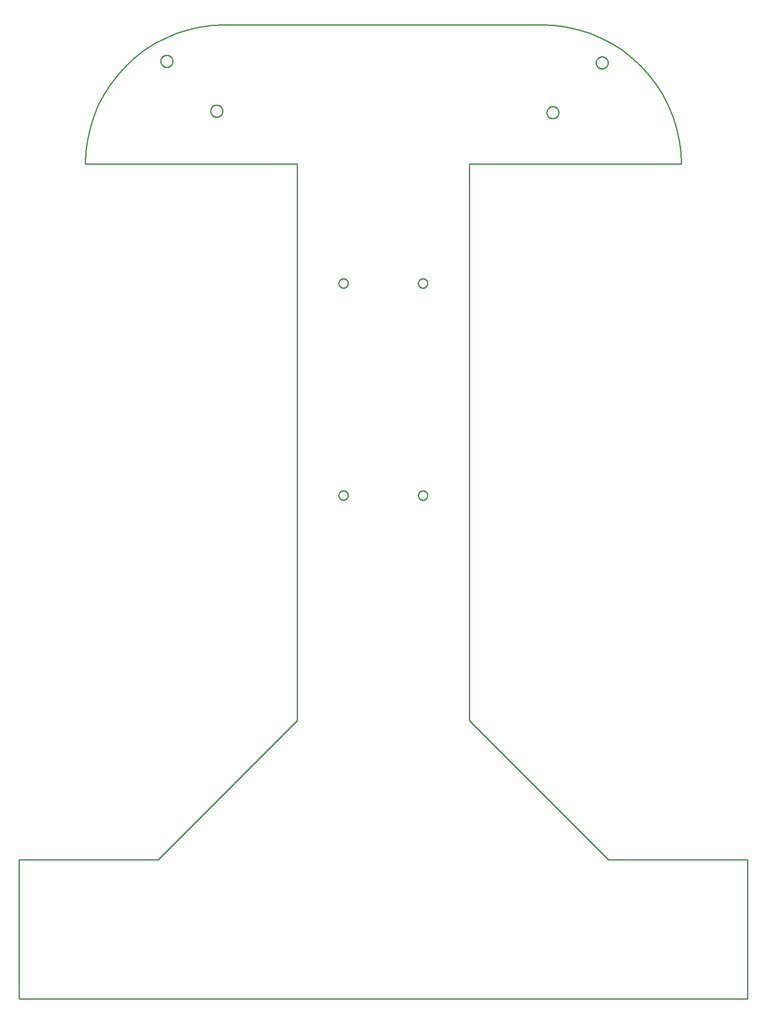
<source format=gbr>
G04 EAGLE Gerber RS-274X export*
G75*
%MOMM*%
%FSLAX34Y34*%
%LPD*%
%IN*%
%IPPOS*%
%AMOC8*
5,1,8,0,0,1.08239X$1,22.5*%
G01*
%ADD10C,0.254000*%


D10*
X30000Y-29000D02*
X1427000Y-29000D01*
X1427000Y237700D01*
X1160300Y237700D01*
X893600Y504400D01*
X893600Y1571200D01*
X1300000Y1571200D01*
X1298985Y1594444D01*
X1295948Y1617512D01*
X1290912Y1640227D01*
X1283916Y1662417D01*
X1275012Y1683912D01*
X1264269Y1704550D01*
X1251768Y1724173D01*
X1237604Y1742631D01*
X1221885Y1759785D01*
X1204731Y1775504D01*
X1186273Y1789668D01*
X1166650Y1802169D01*
X1146012Y1812912D01*
X1124517Y1821816D01*
X1102327Y1828812D01*
X1079612Y1833848D01*
X1056544Y1836885D01*
X1033300Y1837900D01*
X423700Y1837900D01*
X400456Y1836885D01*
X377388Y1833848D01*
X354673Y1828812D01*
X332483Y1821816D01*
X310988Y1812912D01*
X290350Y1802169D01*
X270727Y1789668D01*
X252269Y1775504D01*
X235115Y1759785D01*
X219396Y1742631D01*
X205232Y1724173D01*
X192731Y1704550D01*
X181988Y1683912D01*
X173084Y1662417D01*
X166088Y1640227D01*
X161052Y1617512D01*
X158015Y1594444D01*
X157000Y1571200D01*
X563400Y1571200D01*
X563400Y504400D01*
X296700Y237700D01*
X30000Y237700D01*
X30000Y-29000D01*
X420700Y1672448D02*
X420629Y1671547D01*
X420488Y1670655D01*
X420277Y1669776D01*
X419998Y1668917D01*
X419652Y1668082D01*
X419241Y1667277D01*
X418769Y1666506D01*
X418238Y1665775D01*
X417651Y1665088D01*
X417012Y1664449D01*
X416325Y1663862D01*
X415594Y1663331D01*
X414823Y1662859D01*
X414018Y1662448D01*
X413183Y1662102D01*
X412324Y1661823D01*
X411445Y1661612D01*
X410553Y1661471D01*
X409652Y1661400D01*
X408748Y1661400D01*
X407847Y1661471D01*
X406955Y1661612D01*
X406076Y1661823D01*
X405217Y1662102D01*
X404382Y1662448D01*
X403577Y1662859D01*
X402806Y1663331D01*
X402075Y1663862D01*
X401388Y1664449D01*
X400749Y1665088D01*
X400162Y1665775D01*
X399631Y1666506D01*
X399159Y1667277D01*
X398748Y1668082D01*
X398402Y1668917D01*
X398123Y1669776D01*
X397912Y1670655D01*
X397771Y1671547D01*
X397700Y1672448D01*
X397700Y1673352D01*
X397771Y1674253D01*
X397912Y1675145D01*
X398123Y1676024D01*
X398402Y1676883D01*
X398748Y1677718D01*
X399159Y1678523D01*
X399631Y1679294D01*
X400162Y1680025D01*
X400749Y1680712D01*
X401388Y1681351D01*
X402075Y1681938D01*
X402806Y1682469D01*
X403577Y1682941D01*
X404382Y1683352D01*
X405217Y1683698D01*
X406076Y1683977D01*
X406955Y1684188D01*
X407847Y1684329D01*
X408748Y1684400D01*
X409652Y1684400D01*
X410553Y1684329D01*
X411445Y1684188D01*
X412324Y1683977D01*
X413183Y1683698D01*
X414018Y1683352D01*
X414823Y1682941D01*
X415594Y1682469D01*
X416325Y1681938D01*
X417012Y1681351D01*
X417651Y1680712D01*
X418238Y1680025D01*
X418769Y1679294D01*
X419241Y1678523D01*
X419652Y1677718D01*
X419998Y1676883D01*
X420277Y1676024D01*
X420488Y1675145D01*
X420629Y1674253D01*
X420700Y1673352D01*
X420700Y1672448D01*
X324900Y1767848D02*
X324829Y1766947D01*
X324688Y1766055D01*
X324477Y1765176D01*
X324198Y1764317D01*
X323852Y1763482D01*
X323441Y1762677D01*
X322969Y1761906D01*
X322438Y1761175D01*
X321851Y1760488D01*
X321212Y1759849D01*
X320525Y1759262D01*
X319794Y1758731D01*
X319023Y1758259D01*
X318218Y1757848D01*
X317383Y1757502D01*
X316524Y1757223D01*
X315645Y1757012D01*
X314753Y1756871D01*
X313852Y1756800D01*
X312948Y1756800D01*
X312047Y1756871D01*
X311155Y1757012D01*
X310276Y1757223D01*
X309417Y1757502D01*
X308582Y1757848D01*
X307777Y1758259D01*
X307006Y1758731D01*
X306275Y1759262D01*
X305588Y1759849D01*
X304949Y1760488D01*
X304362Y1761175D01*
X303831Y1761906D01*
X303359Y1762677D01*
X302948Y1763482D01*
X302602Y1764317D01*
X302323Y1765176D01*
X302112Y1766055D01*
X301971Y1766947D01*
X301900Y1767848D01*
X301900Y1768752D01*
X301971Y1769653D01*
X302112Y1770545D01*
X302323Y1771424D01*
X302602Y1772283D01*
X302948Y1773118D01*
X303359Y1773923D01*
X303831Y1774694D01*
X304362Y1775425D01*
X304949Y1776112D01*
X305588Y1776751D01*
X306275Y1777338D01*
X307006Y1777869D01*
X307777Y1778341D01*
X308582Y1778752D01*
X309417Y1779098D01*
X310276Y1779377D01*
X311155Y1779588D01*
X312047Y1779729D01*
X312948Y1779800D01*
X313852Y1779800D01*
X314753Y1779729D01*
X315645Y1779588D01*
X316524Y1779377D01*
X317383Y1779098D01*
X318218Y1778752D01*
X319023Y1778341D01*
X319794Y1777869D01*
X320525Y1777338D01*
X321212Y1776751D01*
X321851Y1776112D01*
X322438Y1775425D01*
X322969Y1774694D01*
X323441Y1773923D01*
X323852Y1773118D01*
X324198Y1772283D01*
X324477Y1771424D01*
X324688Y1770545D01*
X324829Y1769653D01*
X324900Y1768752D01*
X324900Y1767848D01*
X1159700Y1764948D02*
X1159629Y1764047D01*
X1159488Y1763155D01*
X1159277Y1762276D01*
X1158998Y1761417D01*
X1158652Y1760582D01*
X1158241Y1759777D01*
X1157769Y1759006D01*
X1157238Y1758275D01*
X1156651Y1757588D01*
X1156012Y1756949D01*
X1155325Y1756362D01*
X1154594Y1755831D01*
X1153823Y1755359D01*
X1153018Y1754948D01*
X1152183Y1754602D01*
X1151324Y1754323D01*
X1150445Y1754112D01*
X1149553Y1753971D01*
X1148652Y1753900D01*
X1147748Y1753900D01*
X1146847Y1753971D01*
X1145955Y1754112D01*
X1145076Y1754323D01*
X1144217Y1754602D01*
X1143382Y1754948D01*
X1142577Y1755359D01*
X1141806Y1755831D01*
X1141075Y1756362D01*
X1140388Y1756949D01*
X1139749Y1757588D01*
X1139162Y1758275D01*
X1138631Y1759006D01*
X1138159Y1759777D01*
X1137748Y1760582D01*
X1137402Y1761417D01*
X1137123Y1762276D01*
X1136912Y1763155D01*
X1136771Y1764047D01*
X1136700Y1764948D01*
X1136700Y1765852D01*
X1136771Y1766753D01*
X1136912Y1767645D01*
X1137123Y1768524D01*
X1137402Y1769383D01*
X1137748Y1770218D01*
X1138159Y1771023D01*
X1138631Y1771794D01*
X1139162Y1772525D01*
X1139749Y1773212D01*
X1140388Y1773851D01*
X1141075Y1774438D01*
X1141806Y1774969D01*
X1142577Y1775441D01*
X1143382Y1775852D01*
X1144217Y1776198D01*
X1145076Y1776477D01*
X1145955Y1776688D01*
X1146847Y1776829D01*
X1147748Y1776900D01*
X1148652Y1776900D01*
X1149553Y1776829D01*
X1150445Y1776688D01*
X1151324Y1776477D01*
X1152183Y1776198D01*
X1153018Y1775852D01*
X1153823Y1775441D01*
X1154594Y1774969D01*
X1155325Y1774438D01*
X1156012Y1773851D01*
X1156651Y1773212D01*
X1157238Y1772525D01*
X1157769Y1771794D01*
X1158241Y1771023D01*
X1158652Y1770218D01*
X1158998Y1769383D01*
X1159277Y1768524D01*
X1159488Y1767645D01*
X1159629Y1766753D01*
X1159700Y1765852D01*
X1159700Y1764948D01*
X1065200Y1669448D02*
X1065129Y1668547D01*
X1064988Y1667655D01*
X1064777Y1666776D01*
X1064498Y1665917D01*
X1064152Y1665082D01*
X1063741Y1664277D01*
X1063269Y1663506D01*
X1062738Y1662775D01*
X1062151Y1662088D01*
X1061512Y1661449D01*
X1060825Y1660862D01*
X1060094Y1660331D01*
X1059323Y1659859D01*
X1058518Y1659448D01*
X1057683Y1659102D01*
X1056824Y1658823D01*
X1055945Y1658612D01*
X1055053Y1658471D01*
X1054152Y1658400D01*
X1053248Y1658400D01*
X1052347Y1658471D01*
X1051455Y1658612D01*
X1050576Y1658823D01*
X1049717Y1659102D01*
X1048882Y1659448D01*
X1048077Y1659859D01*
X1047306Y1660331D01*
X1046575Y1660862D01*
X1045888Y1661449D01*
X1045249Y1662088D01*
X1044662Y1662775D01*
X1044131Y1663506D01*
X1043659Y1664277D01*
X1043248Y1665082D01*
X1042902Y1665917D01*
X1042623Y1666776D01*
X1042412Y1667655D01*
X1042271Y1668547D01*
X1042200Y1669448D01*
X1042200Y1670352D01*
X1042271Y1671253D01*
X1042412Y1672145D01*
X1042623Y1673024D01*
X1042902Y1673883D01*
X1043248Y1674718D01*
X1043659Y1675523D01*
X1044131Y1676294D01*
X1044662Y1677025D01*
X1045249Y1677712D01*
X1045888Y1678351D01*
X1046575Y1678938D01*
X1047306Y1679469D01*
X1048077Y1679941D01*
X1048882Y1680352D01*
X1049717Y1680698D01*
X1050576Y1680977D01*
X1051455Y1681188D01*
X1052347Y1681329D01*
X1053248Y1681400D01*
X1054152Y1681400D01*
X1055053Y1681329D01*
X1055945Y1681188D01*
X1056824Y1680977D01*
X1057683Y1680698D01*
X1058518Y1680352D01*
X1059323Y1679941D01*
X1060094Y1679469D01*
X1060825Y1678938D01*
X1061512Y1678351D01*
X1062151Y1677712D01*
X1062738Y1677025D01*
X1063269Y1676294D01*
X1063741Y1675523D01*
X1064152Y1674718D01*
X1064498Y1673883D01*
X1064777Y1673024D01*
X1064988Y1672145D01*
X1065129Y1671253D01*
X1065200Y1670352D01*
X1065200Y1669448D01*
X651912Y1333710D02*
X651139Y1333778D01*
X650374Y1333912D01*
X649624Y1334113D01*
X648895Y1334379D01*
X648191Y1334707D01*
X647519Y1335095D01*
X646883Y1335540D01*
X646288Y1336039D01*
X645739Y1336588D01*
X645240Y1337183D01*
X644795Y1337819D01*
X644407Y1338491D01*
X644079Y1339195D01*
X643813Y1339924D01*
X643612Y1340674D01*
X643478Y1341439D01*
X643410Y1342212D01*
X643410Y1342988D01*
X643478Y1343761D01*
X643612Y1344526D01*
X643813Y1345276D01*
X644079Y1346005D01*
X644407Y1346709D01*
X644795Y1347381D01*
X645240Y1348017D01*
X645739Y1348612D01*
X646288Y1349161D01*
X646883Y1349660D01*
X647519Y1350105D01*
X648191Y1350493D01*
X648895Y1350821D01*
X649624Y1351087D01*
X650374Y1351288D01*
X651139Y1351422D01*
X651912Y1351490D01*
X652688Y1351490D01*
X653461Y1351422D01*
X654226Y1351288D01*
X654976Y1351087D01*
X655705Y1350821D01*
X656409Y1350493D01*
X657081Y1350105D01*
X657717Y1349660D01*
X658312Y1349161D01*
X658861Y1348612D01*
X659360Y1348017D01*
X659805Y1347381D01*
X660193Y1346709D01*
X660521Y1346005D01*
X660787Y1345276D01*
X660988Y1344526D01*
X661122Y1343761D01*
X661190Y1342988D01*
X661190Y1342212D01*
X661122Y1341439D01*
X660988Y1340674D01*
X660787Y1339924D01*
X660521Y1339195D01*
X660193Y1338491D01*
X659805Y1337819D01*
X659360Y1337183D01*
X658861Y1336588D01*
X658312Y1336039D01*
X657717Y1335540D01*
X657081Y1335095D01*
X656409Y1334707D01*
X655705Y1334379D01*
X654976Y1334113D01*
X654226Y1333912D01*
X653461Y1333778D01*
X652688Y1333710D01*
X651912Y1333710D01*
X804312Y1333710D02*
X803539Y1333778D01*
X802774Y1333912D01*
X802024Y1334113D01*
X801295Y1334379D01*
X800591Y1334707D01*
X799919Y1335095D01*
X799283Y1335540D01*
X798688Y1336039D01*
X798139Y1336588D01*
X797640Y1337183D01*
X797195Y1337819D01*
X796807Y1338491D01*
X796479Y1339195D01*
X796213Y1339924D01*
X796012Y1340674D01*
X795878Y1341439D01*
X795810Y1342212D01*
X795810Y1342988D01*
X795878Y1343761D01*
X796012Y1344526D01*
X796213Y1345276D01*
X796479Y1346005D01*
X796807Y1346709D01*
X797195Y1347381D01*
X797640Y1348017D01*
X798139Y1348612D01*
X798688Y1349161D01*
X799283Y1349660D01*
X799919Y1350105D01*
X800591Y1350493D01*
X801295Y1350821D01*
X802024Y1351087D01*
X802774Y1351288D01*
X803539Y1351422D01*
X804312Y1351490D01*
X805088Y1351490D01*
X805861Y1351422D01*
X806626Y1351288D01*
X807376Y1351087D01*
X808105Y1350821D01*
X808809Y1350493D01*
X809481Y1350105D01*
X810117Y1349660D01*
X810712Y1349161D01*
X811261Y1348612D01*
X811760Y1348017D01*
X812205Y1347381D01*
X812593Y1346709D01*
X812921Y1346005D01*
X813187Y1345276D01*
X813388Y1344526D01*
X813522Y1343761D01*
X813590Y1342988D01*
X813590Y1342212D01*
X813522Y1341439D01*
X813388Y1340674D01*
X813187Y1339924D01*
X812921Y1339195D01*
X812593Y1338491D01*
X812205Y1337819D01*
X811760Y1337183D01*
X811261Y1336588D01*
X810712Y1336039D01*
X810117Y1335540D01*
X809481Y1335095D01*
X808809Y1334707D01*
X808105Y1334379D01*
X807376Y1334113D01*
X806626Y1333912D01*
X805861Y1333778D01*
X805088Y1333710D01*
X804312Y1333710D01*
X804312Y927310D02*
X803539Y927378D01*
X802774Y927512D01*
X802024Y927713D01*
X801295Y927979D01*
X800591Y928307D01*
X799919Y928695D01*
X799283Y929140D01*
X798688Y929639D01*
X798139Y930188D01*
X797640Y930783D01*
X797195Y931419D01*
X796807Y932091D01*
X796479Y932795D01*
X796213Y933524D01*
X796012Y934274D01*
X795878Y935039D01*
X795810Y935812D01*
X795810Y936588D01*
X795878Y937361D01*
X796012Y938126D01*
X796213Y938876D01*
X796479Y939605D01*
X796807Y940309D01*
X797195Y940981D01*
X797640Y941617D01*
X798139Y942212D01*
X798688Y942761D01*
X799283Y943260D01*
X799919Y943705D01*
X800591Y944093D01*
X801295Y944421D01*
X802024Y944687D01*
X802774Y944888D01*
X803539Y945022D01*
X804312Y945090D01*
X805088Y945090D01*
X805861Y945022D01*
X806626Y944888D01*
X807376Y944687D01*
X808105Y944421D01*
X808809Y944093D01*
X809481Y943705D01*
X810117Y943260D01*
X810712Y942761D01*
X811261Y942212D01*
X811760Y941617D01*
X812205Y940981D01*
X812593Y940309D01*
X812921Y939605D01*
X813187Y938876D01*
X813388Y938126D01*
X813522Y937361D01*
X813590Y936588D01*
X813590Y935812D01*
X813522Y935039D01*
X813388Y934274D01*
X813187Y933524D01*
X812921Y932795D01*
X812593Y932091D01*
X812205Y931419D01*
X811760Y930783D01*
X811261Y930188D01*
X810712Y929639D01*
X810117Y929140D01*
X809481Y928695D01*
X808809Y928307D01*
X808105Y927979D01*
X807376Y927713D01*
X806626Y927512D01*
X805861Y927378D01*
X805088Y927310D01*
X804312Y927310D01*
X651912Y927310D02*
X651139Y927378D01*
X650374Y927512D01*
X649624Y927713D01*
X648895Y927979D01*
X648191Y928307D01*
X647519Y928695D01*
X646883Y929140D01*
X646288Y929639D01*
X645739Y930188D01*
X645240Y930783D01*
X644795Y931419D01*
X644407Y932091D01*
X644079Y932795D01*
X643813Y933524D01*
X643612Y934274D01*
X643478Y935039D01*
X643410Y935812D01*
X643410Y936588D01*
X643478Y937361D01*
X643612Y938126D01*
X643813Y938876D01*
X644079Y939605D01*
X644407Y940309D01*
X644795Y940981D01*
X645240Y941617D01*
X645739Y942212D01*
X646288Y942761D01*
X646883Y943260D01*
X647519Y943705D01*
X648191Y944093D01*
X648895Y944421D01*
X649624Y944687D01*
X650374Y944888D01*
X651139Y945022D01*
X651912Y945090D01*
X652688Y945090D01*
X653461Y945022D01*
X654226Y944888D01*
X654976Y944687D01*
X655705Y944421D01*
X656409Y944093D01*
X657081Y943705D01*
X657717Y943260D01*
X658312Y942761D01*
X658861Y942212D01*
X659360Y941617D01*
X659805Y940981D01*
X660193Y940309D01*
X660521Y939605D01*
X660787Y938876D01*
X660988Y938126D01*
X661122Y937361D01*
X661190Y936588D01*
X661190Y935812D01*
X661122Y935039D01*
X660988Y934274D01*
X660787Y933524D01*
X660521Y932795D01*
X660193Y932091D01*
X659805Y931419D01*
X659360Y930783D01*
X658861Y930188D01*
X658312Y929639D01*
X657717Y929140D01*
X657081Y928695D01*
X656409Y928307D01*
X655705Y927979D01*
X654976Y927713D01*
X654226Y927512D01*
X653461Y927378D01*
X652688Y927310D01*
X651912Y927310D01*
M02*

</source>
